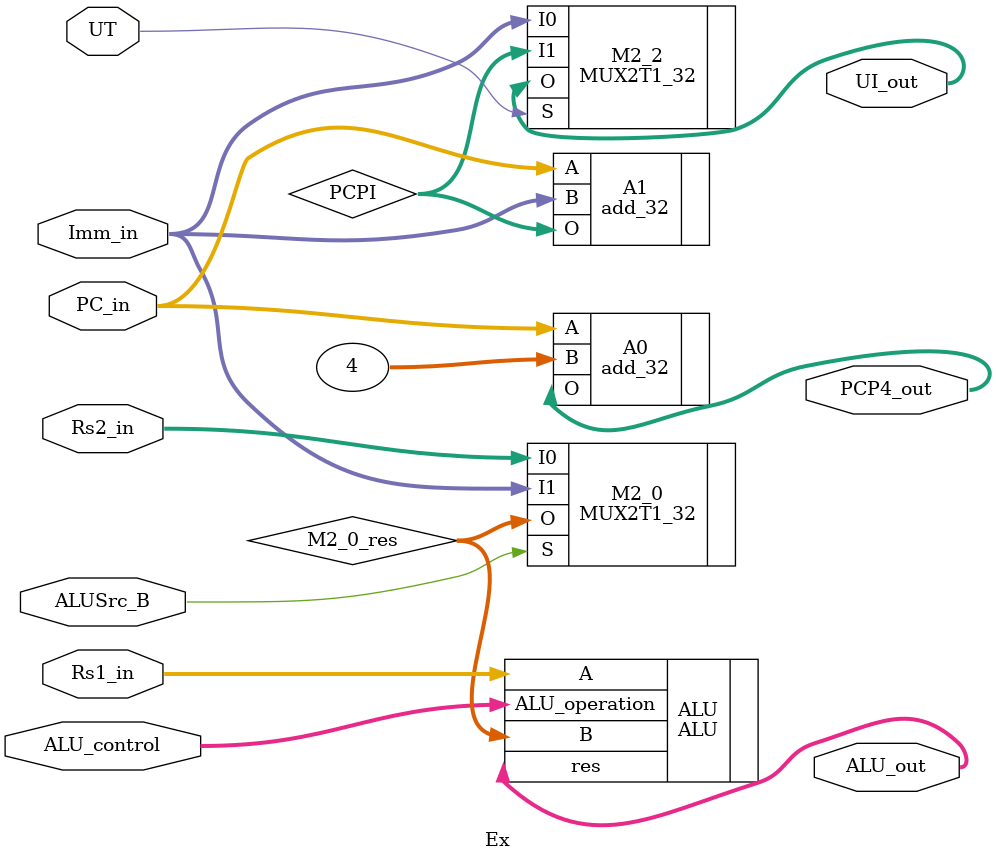
<source format=v>
`timescale 1ns / 1ps


module Ex (
    input [31:0] PC_in,
    input [31:0] Rs1_in,
    input [31:0] Rs2_in,
    input [31:0] Imm_in,
    input UT,
    input ALUSrc_B,
    input [3:0] ALU_control,
    output [31:0] UI_out,
    output [31:0] ALU_out,
    output [31:0] PCP4_out
    // output [31:0] PCPI_out
);

    wire [31:0] PCPI;
    wire [31:0] M2_0_res;

    add_32 A0 (
        .A(PC_in),
        .B(32'h00000004),
        .O(PCP4_out)
    );

    add_32 A1 (
        .A(PC_in),
        .B(Imm_in),
        .O(PCPI)
    );

    MUX2T1_32 M2_0 (
        .I0(Rs2_in),
        .I1(Imm_in),
        .S(ALUSrc_B),
        .O(M2_0_res)
    );

    MUX2T1_32 M2_2 (
        .I0(Imm_in),
        .I1(PCPI),
        .S(UT),
        .O(UI_out)
    );

    ALU ALU (
        .A(Rs1_in),
        .B(M2_0_res),
        .ALU_operation(ALU_control),
        .res(ALU_out)
    );

endmodule

</source>
